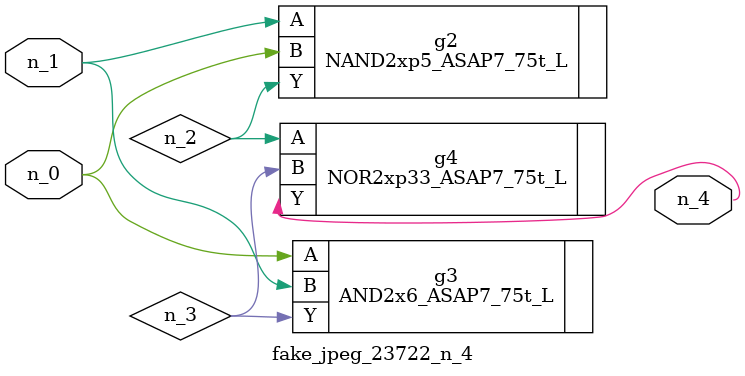
<source format=v>
module fake_jpeg_23722_n_4 (n_0, n_1, n_4);

input n_0;
input n_1;

output n_4;

wire n_2;
wire n_3;

NAND2xp5_ASAP7_75t_L g2 ( 
.A(n_1),
.B(n_0),
.Y(n_2)
);

AND2x6_ASAP7_75t_L g3 ( 
.A(n_0),
.B(n_1),
.Y(n_3)
);

NOR2xp33_ASAP7_75t_L g4 ( 
.A(n_2),
.B(n_3),
.Y(n_4)
);


endmodule
</source>
